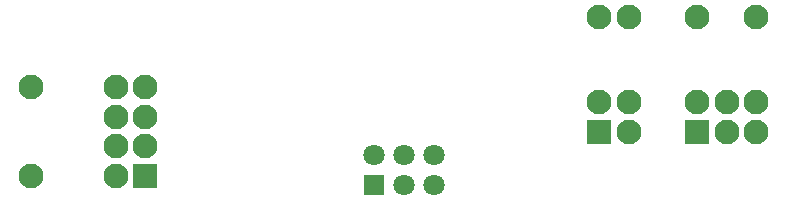
<source format=gbs>
G04 #@! TF.GenerationSoftware,KiCad,Pcbnew,5.0.0-fee4fd1~66~ubuntu18.04.1*
G04 #@! TF.CreationDate,2018-12-05T21:06:15-05:00*
G04 #@! TF.ProjectId,Steering2,5374656572696E67322E6B696361645F,rev?*
G04 #@! TF.SameCoordinates,Original*
G04 #@! TF.FileFunction,Soldermask,Bot*
G04 #@! TF.FilePolarity,Negative*
%FSLAX46Y46*%
G04 Gerber Fmt 4.6, Leading zero omitted, Abs format (unit mm)*
G04 Created by KiCad (PCBNEW 5.0.0-fee4fd1~66~ubuntu18.04.1) date Wed Dec  5 21:06:15 2018*
%MOMM*%
%LPD*%
G01*
G04 APERTURE LIST*
%ADD10R,2.100000X2.100000*%
%ADD11C,2.100000*%
%ADD12C,1.800000*%
%ADD13R,1.800000X1.800000*%
G04 APERTURE END LIST*
D10*
G04 #@! TO.C,J3*
X79629000Y-38544500D03*
D11*
X82129000Y-38544500D03*
X79629000Y-36044500D03*
X82129000Y-36044500D03*
X79629000Y-28864500D03*
X82129000Y-28864500D03*
G04 #@! TD*
D12*
G04 #@! TO.C,J4*
X65684400Y-40487600D03*
X65684400Y-43027600D03*
X63144400Y-40487600D03*
X63144400Y-43027600D03*
X60604400Y-40487600D03*
D13*
X60604400Y-43027600D03*
G04 #@! TD*
D10*
G04 #@! TO.C,J1*
X87947500Y-38544500D03*
D11*
X90447500Y-38544500D03*
X92947500Y-38544500D03*
X87947500Y-36044500D03*
X90447500Y-36044500D03*
X92947500Y-36044500D03*
X87947500Y-28864500D03*
X92947500Y-28864500D03*
G04 #@! TD*
D10*
G04 #@! TO.C,J2*
X41224200Y-42291000D03*
D11*
X41224200Y-39791000D03*
X41224200Y-37291000D03*
X41224200Y-34791000D03*
X38724200Y-42291000D03*
X38724200Y-39791000D03*
X38724200Y-37291000D03*
X38724200Y-34791000D03*
X31544200Y-42291000D03*
X31544200Y-34791000D03*
G04 #@! TD*
M02*

</source>
